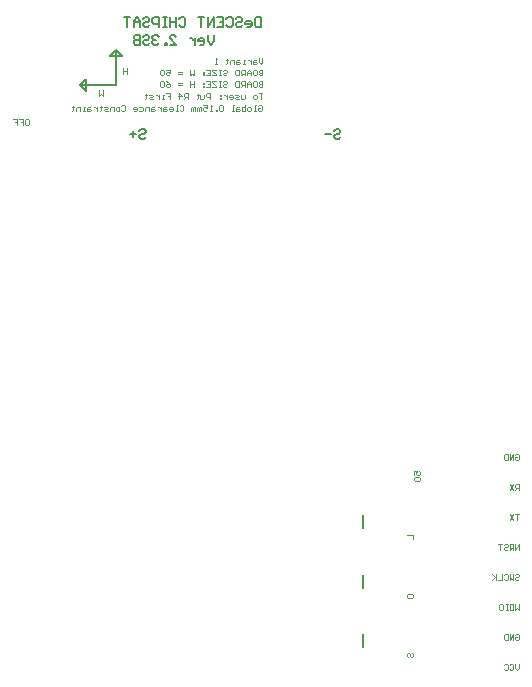
<source format=gbr>
G04*
G04 #@! TF.GenerationSoftware,Altium Limited,Altium Designer,25.8.1 (18)*
G04*
G04 Layer_Color=32896*
%FSLAX25Y25*%
%MOIN*%
G70*
G04*
G04 #@! TF.SameCoordinates,A86E57CF-C6E6-4710-AEDF-4A901DF70E31*
G04*
G04*
G04 #@! TF.FilePolarity,Positive*
G04*
G01*
G75*
%ADD12C,0.00787*%
%ADD14C,0.00600*%
%ADD17C,0.00315*%
D12*
X132677Y41142D02*
Y45472D01*
Y21457D02*
Y25787D01*
Y60827D02*
Y65158D01*
X123098Y193372D02*
X123623Y193897D01*
X124672D01*
X125197Y193372D01*
Y192847D01*
X124672Y192322D01*
X123623D01*
X123098Y191798D01*
Y191273D01*
X123623Y190748D01*
X124672D01*
X125197Y191273D01*
X122048Y192322D02*
X119949D01*
X58137Y193372D02*
X58662Y193897D01*
X59711D01*
X60236Y193372D01*
Y192847D01*
X59711Y192322D01*
X58662D01*
X58137Y191798D01*
Y191273D01*
X58662Y190748D01*
X59711D01*
X60236Y191273D01*
X57088Y192322D02*
X54989D01*
X56038Y193372D02*
Y191273D01*
X98725Y231201D02*
Y228053D01*
X97151D01*
X96626Y228577D01*
Y230677D01*
X97151Y231201D01*
X98725D01*
X94002Y228053D02*
X95052D01*
X95577Y228577D01*
Y229627D01*
X95052Y230152D01*
X94002D01*
X93477Y229627D01*
Y229102D01*
X95577D01*
X90329Y230677D02*
X90854Y231201D01*
X91903D01*
X92428Y230677D01*
Y230152D01*
X91903Y229627D01*
X90854D01*
X90329Y229102D01*
Y228577D01*
X90854Y228053D01*
X91903D01*
X92428Y228577D01*
X87180Y230677D02*
X87705Y231201D01*
X88755D01*
X89279Y230677D01*
Y228577D01*
X88755Y228053D01*
X87705D01*
X87180Y228577D01*
X84032Y231201D02*
X86131D01*
Y228053D01*
X84032D01*
X86131Y229627D02*
X85081D01*
X82982Y228053D02*
Y231201D01*
X80883Y228053D01*
Y231201D01*
X79834D02*
X77735D01*
X78784D01*
Y228053D01*
X71437Y230677D02*
X71962Y231201D01*
X73012D01*
X73536Y230677D01*
Y228577D01*
X73012Y228053D01*
X71962D01*
X71437Y228577D01*
X70388Y231201D02*
Y228053D01*
Y229627D01*
X68289D01*
Y231201D01*
Y228053D01*
X67239Y231201D02*
X66190D01*
X66715D01*
Y228053D01*
X67239D01*
X66190D01*
X64615D02*
Y231201D01*
X63041D01*
X62516Y230677D01*
Y229627D01*
X63041Y229102D01*
X64615D01*
X59368Y230677D02*
X59893Y231201D01*
X60942D01*
X61467Y230677D01*
Y230152D01*
X60942Y229627D01*
X59893D01*
X59368Y229102D01*
Y228577D01*
X59893Y228053D01*
X60942D01*
X61467Y228577D01*
X58318Y228053D02*
Y230152D01*
X57269Y231201D01*
X56219Y230152D01*
Y228053D01*
Y229627D01*
X58318D01*
X55170Y231201D02*
X53071D01*
X54120D01*
Y228053D01*
X82977Y225296D02*
Y223197D01*
X81928Y222147D01*
X80878Y223197D01*
Y225296D01*
X78254Y222147D02*
X79304D01*
X79829Y222672D01*
Y223722D01*
X79304Y224246D01*
X78254D01*
X77729Y223722D01*
Y223197D01*
X79829D01*
X76680Y224246D02*
Y222147D01*
Y223197D01*
X76155Y223722D01*
X75630Y224246D01*
X75106D01*
X68284Y222147D02*
X70383D01*
X68284Y224246D01*
Y224771D01*
X68809Y225296D01*
X69858D01*
X70383Y224771D01*
X67234Y222147D02*
Y222672D01*
X66709D01*
Y222147D01*
X67234D01*
X64610Y224771D02*
X64086Y225296D01*
X63036D01*
X62511Y224771D01*
Y224246D01*
X63036Y223722D01*
X63561D01*
X63036D01*
X62511Y223197D01*
Y222672D01*
X63036Y222147D01*
X64086D01*
X64610Y222672D01*
X59363Y224771D02*
X59887Y225296D01*
X60937D01*
X61462Y224771D01*
Y224246D01*
X60937Y223722D01*
X59887D01*
X59363Y223197D01*
Y222672D01*
X59887Y222147D01*
X60937D01*
X61462Y222672D01*
X58313Y225296D02*
Y222147D01*
X56739D01*
X56214Y222672D01*
Y223197D01*
X56739Y223722D01*
X58313D01*
X56739D01*
X56214Y224246D01*
Y224771D01*
X56739Y225296D01*
X58313D01*
D14*
X48331Y218407D02*
X52268D01*
X48331D02*
X50300Y220376D01*
X52268Y218407D01*
X50300Y208565D02*
Y220376D01*
X38489Y208565D02*
X50300D01*
X38489D02*
X40457Y210533D01*
X38489Y208565D02*
X40457Y206596D01*
Y210533D01*
D17*
X52583Y212187D02*
Y214155D01*
Y213171D01*
X53895D01*
Y212187D01*
Y214155D01*
X46048Y206910D02*
Y204942D01*
X45392Y205598D01*
X44736Y204942D01*
Y206910D01*
X97783Y201758D02*
X98111Y202086D01*
X98766D01*
X99094Y201758D01*
Y200446D01*
X98766Y200118D01*
X98111D01*
X97783Y200446D01*
Y201102D01*
X98439D01*
X97127Y200118D02*
X96471D01*
X96799D01*
Y202086D01*
X97127D01*
X95159Y200118D02*
X94503D01*
X94175Y200446D01*
Y201102D01*
X94503Y201430D01*
X95159D01*
X95487Y201102D01*
Y200446D01*
X95159Y200118D01*
X93519Y202086D02*
Y200118D01*
X92535D01*
X92207Y200446D01*
Y200774D01*
Y201102D01*
X92535Y201430D01*
X93519D01*
X91223D02*
X90567D01*
X90239Y201102D01*
Y200118D01*
X91223D01*
X91551Y200446D01*
X91223Y200774D01*
X90239D01*
X89583Y200118D02*
X88927D01*
X89255D01*
Y202086D01*
X89583D01*
X85975Y201758D02*
X85647Y202086D01*
X84992D01*
X84663Y201758D01*
Y200446D01*
X84992Y200118D01*
X85647D01*
X85975Y200446D01*
Y201758D01*
X84008Y200118D02*
Y200446D01*
X83680D01*
Y200118D01*
X84008D01*
X82368D02*
X81712D01*
X82040D01*
Y202086D01*
X82368Y201758D01*
X79416Y202086D02*
X80728D01*
Y201102D01*
X80072Y201430D01*
X79744D01*
X79416Y201102D01*
Y200446D01*
X79744Y200118D01*
X80400D01*
X80728Y200446D01*
X78760Y200118D02*
Y201430D01*
X78432D01*
X78104Y201102D01*
Y200118D01*
Y201102D01*
X77776Y201430D01*
X77448Y201102D01*
Y200118D01*
X76792D02*
Y201430D01*
X76464D01*
X76136Y201102D01*
Y200118D01*
Y201102D01*
X75808Y201430D01*
X75480Y201102D01*
Y200118D01*
X71544Y201758D02*
X71872Y202086D01*
X72528D01*
X72856Y201758D01*
Y200446D01*
X72528Y200118D01*
X71872D01*
X71544Y200446D01*
X70889Y200118D02*
X70232D01*
X70560D01*
Y202086D01*
X70889D01*
X68265Y200118D02*
X68921D01*
X69249Y200446D01*
Y201102D01*
X68921Y201430D01*
X68265D01*
X67937Y201102D01*
Y200774D01*
X69249D01*
X66953Y201430D02*
X66297D01*
X65969Y201102D01*
Y200118D01*
X66953D01*
X67281Y200446D01*
X66953Y200774D01*
X65969D01*
X65313Y201430D02*
Y200118D01*
Y200774D01*
X64985Y201102D01*
X64657Y201430D01*
X64329D01*
X63017D02*
X62361D01*
X62033Y201102D01*
Y200118D01*
X63017D01*
X63345Y200446D01*
X63017Y200774D01*
X62033D01*
X61377Y200118D02*
Y201430D01*
X60393D01*
X60065Y201102D01*
Y200118D01*
X58097Y201430D02*
X59081D01*
X59409Y201102D01*
Y200446D01*
X59081Y200118D01*
X58097D01*
X56458D02*
X57113D01*
X57441Y200446D01*
Y201102D01*
X57113Y201430D01*
X56458D01*
X56129Y201102D01*
Y200774D01*
X57441D01*
X52194Y201758D02*
X52522Y202086D01*
X53178D01*
X53506Y201758D01*
Y200446D01*
X53178Y200118D01*
X52522D01*
X52194Y200446D01*
X51210Y200118D02*
X50554D01*
X50226Y200446D01*
Y201102D01*
X50554Y201430D01*
X51210D01*
X51538Y201102D01*
Y200446D01*
X51210Y200118D01*
X49570D02*
Y201430D01*
X48586D01*
X48258Y201102D01*
Y200118D01*
X47602D02*
X46618D01*
X46290Y200446D01*
X46618Y200774D01*
X47274D01*
X47602Y201102D01*
X47274Y201430D01*
X46290D01*
X45306Y201758D02*
Y201430D01*
X45634D01*
X44978D01*
X45306D01*
Y200446D01*
X44978Y200118D01*
X43994Y201430D02*
Y200118D01*
Y200774D01*
X43666Y201102D01*
X43338Y201430D01*
X43010D01*
X41699D02*
X41043D01*
X40715Y201102D01*
Y200118D01*
X41699D01*
X42026Y200446D01*
X41699Y200774D01*
X40715D01*
X40059Y200118D02*
X39403D01*
X39731D01*
Y201430D01*
X40059D01*
X38419Y200118D02*
Y201430D01*
X37435D01*
X37107Y201102D01*
Y200118D01*
X36123Y201758D02*
Y201430D01*
X36451D01*
X35795D01*
X36123D01*
Y200446D01*
X35795Y200118D01*
X99198Y206023D02*
X97886D01*
X98542D01*
Y204055D01*
X96902D02*
X96246D01*
X95918Y204383D01*
Y205039D01*
X96246Y205367D01*
X96902D01*
X97230Y205039D01*
Y204383D01*
X96902Y204055D01*
X93294Y205367D02*
Y204383D01*
X92966Y204055D01*
X91982D01*
Y205367D01*
X91326Y204055D02*
X90342D01*
X90014Y204383D01*
X90342Y204711D01*
X90998D01*
X91326Y205039D01*
X90998Y205367D01*
X90014D01*
X88374Y204055D02*
X89030D01*
X89358Y204383D01*
Y205039D01*
X89030Y205367D01*
X88374D01*
X88046Y205039D01*
Y204711D01*
X89358D01*
X87391Y205367D02*
Y204055D01*
Y204711D01*
X87063Y205039D01*
X86734Y205367D01*
X86406D01*
X85423D02*
X85095D01*
Y205039D01*
X85423D01*
Y205367D01*
Y204383D02*
X85095D01*
Y204055D01*
X85423D01*
Y204383D01*
X81815Y204055D02*
Y206023D01*
X80831D01*
X80503Y205695D01*
Y205039D01*
X80831Y204711D01*
X81815D01*
X79847Y205367D02*
Y204383D01*
X79519Y204055D01*
X78535D01*
Y205367D01*
X77551Y205695D02*
Y205367D01*
X77879D01*
X77223D01*
X77551D01*
Y204383D01*
X77223Y204055D01*
X74271D02*
Y206023D01*
X73287D01*
X72960Y205695D01*
Y205039D01*
X73287Y204711D01*
X74271D01*
X73615D02*
X72960Y204055D01*
X71320D02*
Y206023D01*
X72303Y205039D01*
X70992D01*
X67056Y206023D02*
X68368D01*
Y205039D01*
X67712D01*
X68368D01*
Y204055D01*
X66400D02*
X65744D01*
X66072D01*
Y205367D01*
X66400D01*
X64760D02*
Y204055D01*
Y204711D01*
X64432Y205039D01*
X64104Y205367D01*
X63776D01*
X62792Y204055D02*
X61808D01*
X61480Y204383D01*
X61808Y204711D01*
X62464D01*
X62792Y205039D01*
X62464Y205367D01*
X61480D01*
X60496Y205695D02*
Y205367D01*
X60824D01*
X60168D01*
X60496D01*
Y204383D01*
X60168Y204055D01*
X149717Y78573D02*
Y79885D01*
X150701D01*
X150373Y79229D01*
Y78901D01*
X150701Y78573D01*
X151357D01*
X151685Y78901D01*
Y79557D01*
X151357Y79885D01*
X150045Y77917D02*
X149717Y77589D01*
Y76933D01*
X150045Y76605D01*
X151357D01*
X151685Y76933D01*
Y77589D01*
X151357Y77917D01*
X150045D01*
X99198Y213800D02*
Y211832D01*
X98214D01*
X97886Y212160D01*
Y212488D01*
X98214Y212816D01*
X99198D01*
X98214D01*
X97886Y213144D01*
Y213472D01*
X98214Y213800D01*
X99198D01*
X96246D02*
X96902D01*
X97230Y213472D01*
Y212160D01*
X96902Y211832D01*
X96246D01*
X95918Y212160D01*
Y213472D01*
X96246Y213800D01*
X95262Y211832D02*
Y213144D01*
X94606Y213800D01*
X93950Y213144D01*
Y211832D01*
Y212816D01*
X95262D01*
X93294Y211832D02*
Y213800D01*
X92310D01*
X91982Y213472D01*
Y212816D01*
X92310Y212488D01*
X93294D01*
X92638D02*
X91982Y211832D01*
X91326Y213800D02*
Y211832D01*
X90342D01*
X90014Y212160D01*
Y213472D01*
X90342Y213800D01*
X91326D01*
X86079Y213472D02*
X86406Y213800D01*
X87063D01*
X87391Y213472D01*
Y213144D01*
X87063Y212816D01*
X86406D01*
X86079Y212488D01*
Y212160D01*
X86406Y211832D01*
X87063D01*
X87391Y212160D01*
X85423Y213800D02*
X84767D01*
X85095D01*
Y211832D01*
X85423D01*
X84767D01*
X83783Y213800D02*
X82471D01*
Y213472D01*
X83783Y212160D01*
Y211832D01*
X82471D01*
X80503Y213800D02*
X81815D01*
Y211832D01*
X80503D01*
X81815Y212816D02*
X81159D01*
X79847Y213144D02*
X79519D01*
Y212816D01*
X79847D01*
Y213144D01*
Y212160D02*
X79519D01*
Y211832D01*
X79847D01*
Y212160D01*
X76239Y213800D02*
Y211832D01*
X75583Y212488D01*
X74927Y211832D01*
Y213800D01*
X72303Y212488D02*
X70992D01*
X72303Y213144D02*
X70992D01*
X67056Y213800D02*
X68368D01*
Y212816D01*
X67712Y213144D01*
X67384D01*
X67056Y212816D01*
Y212160D01*
X67384Y211832D01*
X68040D01*
X68368Y212160D01*
X66400Y213472D02*
X66072Y213800D01*
X65416D01*
X65088Y213472D01*
Y212160D01*
X65416Y211832D01*
X66072D01*
X66400Y212160D01*
Y213472D01*
X99198Y209863D02*
Y207895D01*
X98214D01*
X97886Y208223D01*
Y208551D01*
X98214Y208879D01*
X99198D01*
X98214D01*
X97886Y209207D01*
Y209535D01*
X98214Y209863D01*
X99198D01*
X96246D02*
X96902D01*
X97230Y209535D01*
Y208223D01*
X96902Y207895D01*
X96246D01*
X95918Y208223D01*
Y209535D01*
X96246Y209863D01*
X95262Y207895D02*
Y209207D01*
X94606Y209863D01*
X93950Y209207D01*
Y207895D01*
Y208879D01*
X95262D01*
X93294Y207895D02*
Y209863D01*
X92310D01*
X91982Y209535D01*
Y208879D01*
X92310Y208551D01*
X93294D01*
X92638D02*
X91982Y207895D01*
X91326Y209863D02*
Y207895D01*
X90342D01*
X90014Y208223D01*
Y209535D01*
X90342Y209863D01*
X91326D01*
X86079Y209535D02*
X86406Y209863D01*
X87063D01*
X87391Y209535D01*
Y209207D01*
X87063Y208879D01*
X86406D01*
X86079Y208551D01*
Y208223D01*
X86406Y207895D01*
X87063D01*
X87391Y208223D01*
X85423Y209863D02*
X84767D01*
X85095D01*
Y207895D01*
X85423D01*
X84767D01*
X83783Y209863D02*
X82471D01*
Y209535D01*
X83783Y208223D01*
Y207895D01*
X82471D01*
X80503Y209863D02*
X81815D01*
Y207895D01*
X80503D01*
X81815Y208879D02*
X81159D01*
X79847Y209207D02*
X79519D01*
Y208879D01*
X79847D01*
Y209207D01*
Y208223D02*
X79519D01*
Y207895D01*
X79847D01*
Y208223D01*
X76239Y209863D02*
Y207895D01*
Y208879D01*
X74927D01*
Y209863D01*
Y207895D01*
X72303Y208551D02*
X70992D01*
X72303Y209207D02*
X70992D01*
X67056Y209863D02*
X67712Y209535D01*
X68368Y208879D01*
Y208223D01*
X68040Y207895D01*
X67384D01*
X67056Y208223D01*
Y208551D01*
X67384Y208879D01*
X68368D01*
X66400Y209535D02*
X66072Y209863D01*
X65416D01*
X65088Y209535D01*
Y208223D01*
X65416Y207895D01*
X66072D01*
X66400Y208223D01*
Y209535D01*
X99198Y217737D02*
Y216425D01*
X98542Y215769D01*
X97886Y216425D01*
Y217737D01*
X96902Y217081D02*
X96246D01*
X95918Y216753D01*
Y215769D01*
X96902D01*
X97230Y216097D01*
X96902Y216425D01*
X95918D01*
X95262Y217081D02*
Y215769D01*
Y216425D01*
X94934Y216753D01*
X94606Y217081D01*
X94278D01*
X93294Y215769D02*
X92638D01*
X92966D01*
Y217081D01*
X93294D01*
X91326D02*
X90670D01*
X90342Y216753D01*
Y215769D01*
X91326D01*
X91654Y216097D01*
X91326Y216425D01*
X90342D01*
X89686Y215769D02*
Y217081D01*
X88702D01*
X88374Y216753D01*
Y215769D01*
X87390Y217409D02*
Y217081D01*
X87718D01*
X87063D01*
X87390D01*
Y216097D01*
X87063Y215769D01*
X84111D02*
X83455D01*
X83783D01*
Y217737D01*
X84111Y217409D01*
X147324Y58740D02*
X149291D01*
Y57428D01*
X183511Y85419D02*
X183839Y85747D01*
X184495D01*
X184823Y85419D01*
Y84108D01*
X184495Y83780D01*
X183839D01*
X183511Y84108D01*
Y84763D01*
X184167D01*
X182855Y83780D02*
Y85747D01*
X181543Y83780D01*
Y85747D01*
X180887D02*
Y83780D01*
X179903D01*
X179575Y84108D01*
Y85419D01*
X179903Y85747D01*
X180887D01*
X184823Y65697D02*
X183511D01*
X184167D01*
Y63729D01*
X182855Y65697D02*
X181543Y63729D01*
Y65697D02*
X182855Y63729D01*
X20355Y197165D02*
X21011D01*
X21339Y196837D01*
Y195525D01*
X21011Y195197D01*
X20355D01*
X20027Y195525D01*
Y196837D01*
X20355Y197165D01*
X18059D02*
X19371D01*
Y196181D01*
X18715D01*
X19371D01*
Y195197D01*
X16091Y197165D02*
X17403D01*
Y196181D01*
X16747D01*
X17403D01*
Y195197D01*
X184823Y53704D02*
Y55672D01*
X183511Y53704D01*
Y55672D01*
X182855Y53704D02*
Y55672D01*
X181871D01*
X181543Y55344D01*
Y54688D01*
X181871Y54360D01*
X182855D01*
X182199D02*
X181543Y53704D01*
X179575Y55344D02*
X179903Y55672D01*
X180559D01*
X180887Y55344D01*
Y55015D01*
X180559Y54688D01*
X179903D01*
X179575Y54360D01*
Y54032D01*
X179903Y53704D01*
X180559D01*
X180887Y54032D01*
X178919Y55672D02*
X177607D01*
X178263D01*
Y53704D01*
X184823Y15570D02*
Y14258D01*
X184167Y13602D01*
X183511Y14258D01*
Y15570D01*
X181543Y15242D02*
X181871Y15570D01*
X182527D01*
X182855Y15242D01*
Y13930D01*
X182527Y13602D01*
X181871D01*
X181543Y13930D01*
X179575Y15242D02*
X179903Y15570D01*
X180559D01*
X180887Y15242D01*
Y13930D01*
X180559Y13602D01*
X179903D01*
X179575Y13930D01*
X184823Y35621D02*
Y33653D01*
X184167Y34309D01*
X183511Y33653D01*
Y35621D01*
X182855D02*
Y33653D01*
X181871D01*
X181543Y33981D01*
Y35293D01*
X181871Y35621D01*
X182855D01*
X180887D02*
X180231D01*
X180559D01*
Y33653D01*
X180887D01*
X180231D01*
X178263Y35621D02*
X178919D01*
X179247Y35293D01*
Y33981D01*
X178919Y33653D01*
X178263D01*
X177935Y33981D01*
Y35293D01*
X178263Y35621D01*
X183511Y25268D02*
X183839Y25596D01*
X184495D01*
X184823Y25268D01*
Y23956D01*
X184495Y23628D01*
X183839D01*
X183511Y23956D01*
Y24612D01*
X184167D01*
X182855Y23628D02*
Y25596D01*
X181543Y23628D01*
Y25596D01*
X180887D02*
Y23628D01*
X179903D01*
X179575Y23956D01*
Y25268D01*
X179903Y25596D01*
X180887D01*
X183511Y45318D02*
X183839Y45646D01*
X184495D01*
X184823Y45318D01*
Y44990D01*
X184495Y44662D01*
X183839D01*
X183511Y44334D01*
Y44006D01*
X183839Y43678D01*
X184495D01*
X184823Y44006D01*
X182855Y45646D02*
Y43678D01*
X182199Y44334D01*
X181543Y43678D01*
Y45646D01*
X179575Y45318D02*
X179903Y45646D01*
X180559D01*
X180887Y45318D01*
Y44006D01*
X180559Y43678D01*
X179903D01*
X179575Y44006D01*
X178919Y45646D02*
Y43678D01*
X177607D01*
X176951Y45646D02*
Y43678D01*
Y44334D01*
X175639Y45646D01*
X176623Y44662D01*
X175639Y43678D01*
X184823Y73754D02*
Y75722D01*
X183839D01*
X183511Y75394D01*
Y74738D01*
X183839Y74410D01*
X184823D01*
X184167D02*
X183511Y73754D01*
X182855Y75722D02*
X181543Y73754D01*
Y75722D02*
X182855Y73754D01*
X147324Y38071D02*
Y38727D01*
X147651Y39055D01*
X148963D01*
X149291Y38727D01*
Y38071D01*
X148963Y37743D01*
X147651D01*
X147324Y38071D01*
X147651Y18058D02*
X147324Y18386D01*
Y19042D01*
X147651Y19370D01*
X147979D01*
X148307Y19042D01*
Y18386D01*
X148635Y18058D01*
X148963D01*
X149291Y18386D01*
Y19042D01*
X148963Y19370D01*
M02*

</source>
